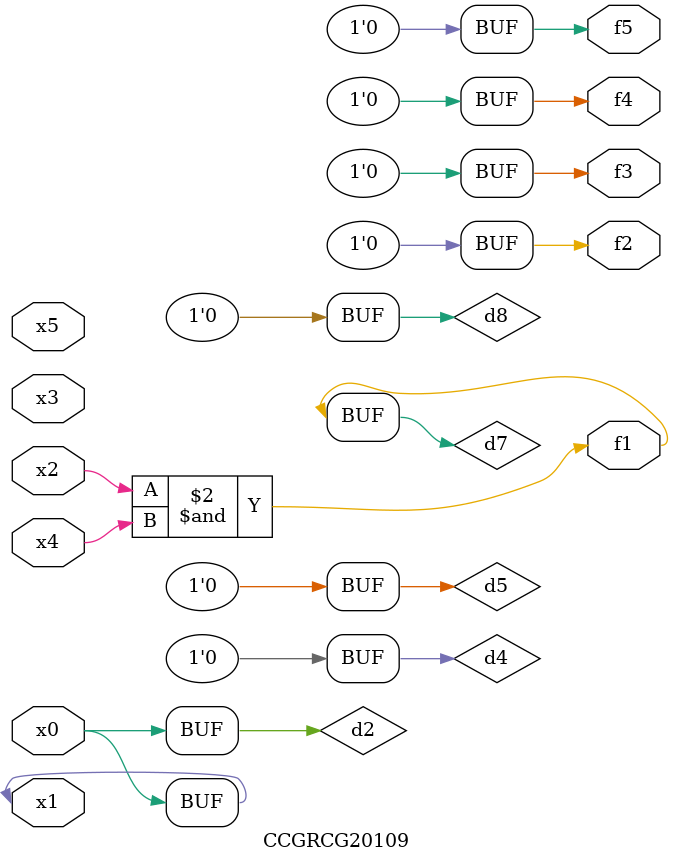
<source format=v>
module CCGRCG20109(
	input x0, x1, x2, x3, x4, x5,
	output f1, f2, f3, f4, f5
);

	wire d1, d2, d3, d4, d5, d6, d7, d8, d9;

	nand (d1, x1);
	buf (d2, x0, x1);
	nand (d3, x2, x4);
	and (d4, d1, d2);
	and (d5, d1, d2);
	nand (d6, d1, d3);
	not (d7, d3);
	xor (d8, d5);
	nor (d9, d5, d6);
	assign f1 = d7;
	assign f2 = d8;
	assign f3 = d8;
	assign f4 = d8;
	assign f5 = d8;
endmodule

</source>
